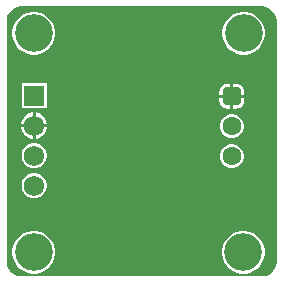
<source format=gbr>
%TF.GenerationSoftware,Altium Limited,Altium Designer,25.7.1 (20)*%
G04 Layer_Physical_Order=2*
G04 Layer_Color=16711680*
%FSLAX45Y45*%
%MOMM*%
%TF.SameCoordinates,8EC0096B-1770-4E53-A1A5-517F8E17CF1D*%
%TF.FilePolarity,Positive*%
%TF.FileFunction,Copper,L2,Bot,Signal*%
%TF.Part,Single*%
G01*
G75*
%TA.AperFunction,ComponentPad*%
%ADD20C,1.60000*%
%ADD21C,1.72500*%
G04:AMPARAMS|DCode=22|XSize=1.6mm|YSize=1.6mm|CornerRadius=0.4mm|HoleSize=0mm|Usage=FLASHONLY|Rotation=270.000|XOffset=0mm|YOffset=0mm|HoleType=Round|Shape=RoundedRectangle|*
%AMROUNDEDRECTD22*
21,1,1.60000,0.80000,0,0,270.0*
21,1,0.80000,1.60000,0,0,270.0*
1,1,0.80000,-0.40000,-0.40000*
1,1,0.80000,-0.40000,0.40000*
1,1,0.80000,0.40000,0.40000*
1,1,0.80000,0.40000,-0.40000*
%
%ADD22ROUNDEDRECTD22*%
%ADD23R,1.72500X1.72500*%
%TA.AperFunction,WasherPad*%
%ADD24C,3.20000*%
%TA.AperFunction,ViaPad*%
%ADD25C,0.70000*%
G36*
X2323044Y2408119D02*
X2346157Y2398546D01*
X2366958Y2384647D01*
X2384647Y2366958D01*
X2398546Y2346157D01*
X2408119Y2323044D01*
X2413000Y2298508D01*
Y2286000D01*
Y254000D01*
Y241492D01*
X2408119Y216955D01*
X2398546Y193843D01*
X2384647Y173042D01*
X2366958Y155352D01*
X2346157Y141454D01*
X2323044Y131880D01*
X2298508Y127000D01*
X241492D01*
X216955Y131880D01*
X193843Y141454D01*
X173042Y155352D01*
X155352Y173042D01*
X141454Y193843D01*
X131880Y216955D01*
X127000Y241492D01*
Y254000D01*
Y2286000D01*
Y2298508D01*
X131880Y2323044D01*
X141454Y2346157D01*
X155352Y2366958D01*
X173042Y2384647D01*
X193843Y2398546D01*
X216955Y2408119D01*
X241492Y2413000D01*
X2298508D01*
X2323044Y2408119D01*
D02*
G37*
%LPC*%
G36*
X2150058Y2364400D02*
X2114602D01*
X2079826Y2357483D01*
X2047068Y2343914D01*
X2017587Y2324215D01*
X1992515Y2299143D01*
X1972816Y2269662D01*
X1959247Y2236904D01*
X1952330Y2202128D01*
Y2166672D01*
X1959247Y2131896D01*
X1972816Y2099138D01*
X1992515Y2069657D01*
X2017587Y2044585D01*
X2047068Y2024886D01*
X2079826Y2011317D01*
X2114602Y2004400D01*
X2150058D01*
X2184834Y2011317D01*
X2217592Y2024886D01*
X2247073Y2044585D01*
X2272145Y2069657D01*
X2291844Y2099138D01*
X2305413Y2131896D01*
X2312330Y2166672D01*
Y2202128D01*
X2305413Y2236904D01*
X2291844Y2269662D01*
X2272145Y2299143D01*
X2247073Y2324215D01*
X2217592Y2343914D01*
X2184834Y2357483D01*
X2150058Y2364400D01*
D02*
G37*
G36*
X373328D02*
X337872D01*
X303096Y2357483D01*
X270338Y2343914D01*
X240857Y2324215D01*
X215785Y2299143D01*
X196086Y2269662D01*
X182517Y2236904D01*
X175600Y2202128D01*
Y2166672D01*
X182517Y2131896D01*
X196086Y2099138D01*
X215785Y2069657D01*
X240857Y2044585D01*
X270338Y2024886D01*
X303096Y2011317D01*
X337872Y2004400D01*
X373328D01*
X408104Y2011317D01*
X440862Y2024886D01*
X470343Y2044585D01*
X495415Y2069657D01*
X515114Y2099138D01*
X528683Y2131896D01*
X535600Y2166672D01*
Y2202128D01*
X528683Y2236904D01*
X515114Y2269662D01*
X495415Y2299143D01*
X470343Y2324215D01*
X440862Y2343914D01*
X408104Y2357483D01*
X373328Y2364400D01*
D02*
G37*
G36*
X2072000Y1756964D02*
X2044701D01*
Y1663701D01*
X2137964D01*
Y1691000D01*
X2135717Y1708073D01*
X2129127Y1723982D01*
X2118644Y1737644D01*
X2104982Y1748127D01*
X2089073Y1754717D01*
X2072000Y1756964D01*
D02*
G37*
G36*
X2019301D02*
X1992000D01*
X1974927Y1754717D01*
X1959018Y1748127D01*
X1945356Y1737644D01*
X1934873Y1723982D01*
X1928283Y1708073D01*
X1926036Y1691000D01*
Y1663701D01*
X2019301D01*
Y1756964D01*
D02*
G37*
G36*
X464390Y1762330D02*
X251890D01*
Y1549830D01*
X464390D01*
Y1762330D01*
D02*
G37*
G36*
X2137964Y1638301D02*
X2044701D01*
Y1545036D01*
X2072000D01*
X2089073Y1547283D01*
X2104982Y1553873D01*
X2118644Y1564356D01*
X2129127Y1578018D01*
X2135717Y1593927D01*
X2137964Y1611000D01*
Y1638301D01*
D02*
G37*
G36*
X2019301D02*
X1926036D01*
Y1611000D01*
X1928283Y1593927D01*
X1934873Y1578018D01*
X1945356Y1564356D01*
X1959018Y1553873D01*
X1974927Y1547283D01*
X1992000Y1545036D01*
X2019301D01*
Y1638301D01*
D02*
G37*
G36*
X372839Y1513730D02*
X370841D01*
Y1414781D01*
X469790D01*
Y1416779D01*
X462181Y1445175D01*
X447482Y1470635D01*
X426695Y1491422D01*
X401235Y1506121D01*
X372839Y1513730D01*
D02*
G37*
G36*
X345441D02*
X343441D01*
X315045Y1506121D01*
X289585Y1491422D01*
X268798Y1470635D01*
X254099Y1445175D01*
X246490Y1416779D01*
Y1414781D01*
X345441D01*
Y1513730D01*
D02*
G37*
G36*
X2045165Y1497000D02*
X2018835D01*
X1993402Y1490185D01*
X1970599Y1477020D01*
X1951980Y1458401D01*
X1938815Y1435598D01*
X1932000Y1410165D01*
Y1383835D01*
X1938815Y1358402D01*
X1951980Y1335599D01*
X1970599Y1316980D01*
X1993402Y1303815D01*
X2018835Y1297000D01*
X2045165D01*
X2070598Y1303815D01*
X2093401Y1316980D01*
X2112020Y1335599D01*
X2125185Y1358402D01*
X2132000Y1383835D01*
Y1410165D01*
X2125185Y1435598D01*
X2112020Y1458401D01*
X2093401Y1477020D01*
X2070598Y1490185D01*
X2045165Y1497000D01*
D02*
G37*
G36*
X469790Y1389381D02*
X370841D01*
Y1290430D01*
X372839D01*
X401235Y1298039D01*
X426695Y1312738D01*
X447482Y1333525D01*
X462181Y1358985D01*
X469790Y1387381D01*
Y1389381D01*
D02*
G37*
G36*
X345441D02*
X246490D01*
Y1387381D01*
X254099Y1358985D01*
X268798Y1333525D01*
X289585Y1312738D01*
X315045Y1298039D01*
X343441Y1290430D01*
X345441D01*
Y1389381D01*
D02*
G37*
G36*
X2045165Y1243000D02*
X2018835D01*
X1993402Y1236185D01*
X1970599Y1223020D01*
X1951980Y1204401D01*
X1938815Y1181598D01*
X1932000Y1156165D01*
Y1129835D01*
X1938815Y1104402D01*
X1951980Y1081599D01*
X1970599Y1062980D01*
X1993402Y1049815D01*
X2018835Y1043000D01*
X2045165D01*
X2070598Y1049815D01*
X2093401Y1062980D01*
X2112020Y1081599D01*
X2125185Y1104402D01*
X2132000Y1129835D01*
Y1156165D01*
X2125185Y1181598D01*
X2112020Y1204401D01*
X2093401Y1223020D01*
X2070598Y1236185D01*
X2045165Y1243000D01*
D02*
G37*
G36*
X372128Y1254330D02*
X344152D01*
X317129Y1247089D01*
X292901Y1233101D01*
X273119Y1213319D01*
X259131Y1189091D01*
X251890Y1162068D01*
Y1134092D01*
X259131Y1107069D01*
X273119Y1082841D01*
X292901Y1063059D01*
X317129Y1049071D01*
X344152Y1041830D01*
X372128D01*
X399151Y1049071D01*
X423379Y1063059D01*
X443161Y1082841D01*
X457149Y1107069D01*
X464390Y1134092D01*
Y1162068D01*
X457149Y1189091D01*
X443161Y1213319D01*
X423379Y1233101D01*
X399151Y1247089D01*
X372128Y1254330D01*
D02*
G37*
G36*
Y1000330D02*
X344152D01*
X317129Y993089D01*
X292901Y979101D01*
X273119Y959319D01*
X259131Y935091D01*
X251890Y908068D01*
Y880092D01*
X259131Y853069D01*
X273119Y828841D01*
X292901Y809059D01*
X317129Y795071D01*
X344152Y787830D01*
X372128D01*
X399151Y795071D01*
X423379Y809059D01*
X443161Y828841D01*
X457149Y853069D01*
X464390Y880092D01*
Y908068D01*
X457149Y935091D01*
X443161Y959319D01*
X423379Y979101D01*
X399151Y993089D01*
X372128Y1000330D01*
D02*
G37*
G36*
X2147518Y510180D02*
X2112062D01*
X2077286Y503263D01*
X2044528Y489694D01*
X2015047Y469995D01*
X1989975Y444923D01*
X1970276Y415442D01*
X1956707Y382684D01*
X1949790Y347909D01*
Y312452D01*
X1956707Y277676D01*
X1970276Y244918D01*
X1989975Y215437D01*
X2015047Y190365D01*
X2044528Y170666D01*
X2077286Y157097D01*
X2112062Y150180D01*
X2147518D01*
X2182294Y157097D01*
X2215052Y170666D01*
X2244533Y190365D01*
X2269605Y215437D01*
X2289304Y244918D01*
X2302873Y277676D01*
X2309790Y312452D01*
Y347909D01*
X2302873Y382684D01*
X2289304Y415442D01*
X2269605Y444923D01*
X2244533Y469995D01*
X2215052Y489694D01*
X2182294Y503263D01*
X2147518Y510180D01*
D02*
G37*
G36*
X373328D02*
X337872D01*
X303096Y503263D01*
X270338Y489694D01*
X240857Y469995D01*
X215785Y444923D01*
X196086Y415442D01*
X182517Y382684D01*
X175600Y347909D01*
Y312452D01*
X182517Y277676D01*
X196086Y244918D01*
X215785Y215437D01*
X240857Y190365D01*
X270338Y170666D01*
X303096Y157097D01*
X337872Y150180D01*
X373328D01*
X408104Y157097D01*
X440862Y170666D01*
X470343Y190365D01*
X495415Y215437D01*
X515114Y244918D01*
X528683Y277676D01*
X535600Y312452D01*
Y347909D01*
X528683Y382684D01*
X515114Y415442D01*
X495415Y444923D01*
X470343Y469995D01*
X440862Y489694D01*
X408104Y503263D01*
X373328Y510180D01*
D02*
G37*
%LPD*%
D20*
X2032000Y1143000D02*
D03*
Y1397000D02*
D03*
D21*
X358140Y894080D02*
D03*
Y1402080D02*
D03*
Y1148080D02*
D03*
D22*
X2032000Y1651000D02*
D03*
D23*
X358140Y1656080D02*
D03*
D24*
X2129790Y330180D02*
D03*
X355600D02*
D03*
X2132330Y2184400D02*
D03*
X355600D02*
D03*
D25*
X1643380Y1803400D02*
D03*
X2214880Y683260D02*
D03*
X1619250Y370136D02*
D03*
X1447800Y1201420D02*
D03*
X980440Y1231900D02*
D03*
X995680Y909320D02*
D03*
X1445260Y723900D02*
D03*
X772160Y736600D02*
D03*
%TF.MD5,9bb1424a815aad6a9c73878d3aecbb77*%
M02*

</source>
